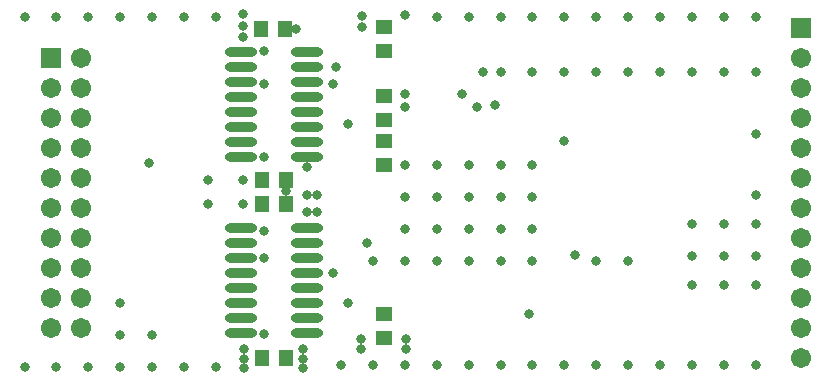
<source format=gts>
G04*
G04 #@! TF.GenerationSoftware,Altium Limited,Altium Designer,25.2.1 (25)*
G04*
G04 Layer_Color=8388736*
%FSLAX44Y44*%
%MOMM*%
G71*
G04*
G04 #@! TF.SameCoordinates,BB5B7109-8511-46E3-AB3A-B5F62D7AE0FB*
G04*
G04*
G04 #@! TF.FilePolarity,Negative*
G04*
G01*
G75*
%ADD18R,1.2192X1.4732*%
%ADD19O,2.7432X0.8032*%
%ADD20R,1.4732X1.2192*%
%ADD21C,1.7032*%
%ADD22R,1.7032X1.7032*%
%ADD23C,0.8032*%
D18*
X230160Y308010D02*
D03*
X209840D02*
D03*
X231160Y30010D02*
D03*
X210840D02*
D03*
X231160Y160010D02*
D03*
X210840D02*
D03*
Y180010D02*
D03*
X231160D02*
D03*
D19*
X249000Y50560D02*
D03*
Y63260D02*
D03*
Y75960D02*
D03*
Y88660D02*
D03*
Y101360D02*
D03*
Y114060D02*
D03*
Y126760D02*
D03*
Y139460D02*
D03*
X193000Y50560D02*
D03*
Y63260D02*
D03*
Y75960D02*
D03*
Y88660D02*
D03*
Y101360D02*
D03*
Y114060D02*
D03*
Y126760D02*
D03*
Y139460D02*
D03*
X249000Y199560D02*
D03*
Y212260D02*
D03*
Y224960D02*
D03*
Y237660D02*
D03*
Y250360D02*
D03*
Y263060D02*
D03*
Y275760D02*
D03*
Y288460D02*
D03*
X193000Y199560D02*
D03*
Y212260D02*
D03*
Y224960D02*
D03*
Y237660D02*
D03*
Y250360D02*
D03*
Y263060D02*
D03*
Y275760D02*
D03*
Y288460D02*
D03*
D20*
X314000Y230850D02*
D03*
Y251170D02*
D03*
Y289850D02*
D03*
Y310170D02*
D03*
Y67160D02*
D03*
Y46840D02*
D03*
Y213160D02*
D03*
Y192840D02*
D03*
D21*
X57900Y54710D02*
D03*
X32500D02*
D03*
X57900Y80110D02*
D03*
X32500D02*
D03*
X57900Y105510D02*
D03*
X32500D02*
D03*
X57900Y130910D02*
D03*
X32500D02*
D03*
X57900Y156310D02*
D03*
X32500D02*
D03*
X57900Y181710D02*
D03*
X32500D02*
D03*
X57900Y207110D02*
D03*
X32500D02*
D03*
X57900Y232510D02*
D03*
X32500D02*
D03*
X57900Y257910D02*
D03*
X32500D02*
D03*
X57900Y283310D02*
D03*
X667500Y105510D02*
D03*
Y207110D02*
D03*
Y181710D02*
D03*
Y283310D02*
D03*
Y257910D02*
D03*
Y232510D02*
D03*
Y156310D02*
D03*
Y130910D02*
D03*
Y80110D02*
D03*
Y54710D02*
D03*
Y29310D02*
D03*
D22*
X32500Y283310D02*
D03*
X667500Y308710D02*
D03*
D23*
X629000Y168000D02*
D03*
Y219000D02*
D03*
X91000Y76000D02*
D03*
X118000Y49000D02*
D03*
X91000D02*
D03*
X172000Y22000D02*
D03*
X145000D02*
D03*
X118000D02*
D03*
X91000D02*
D03*
X64000D02*
D03*
X10000D02*
D03*
X37000D02*
D03*
X172000Y318000D02*
D03*
X145000D02*
D03*
X118000D02*
D03*
X91000D02*
D03*
X64000D02*
D03*
X10000D02*
D03*
X37000D02*
D03*
X575000Y91000D02*
D03*
X629000D02*
D03*
X602000D02*
D03*
X629000Y116000D02*
D03*
X602000D02*
D03*
X575000D02*
D03*
X629000Y143000D02*
D03*
X602000D02*
D03*
X575000D02*
D03*
X494000Y112000D02*
D03*
X521000D02*
D03*
X440000D02*
D03*
X413000D02*
D03*
X305000D02*
D03*
X386000D02*
D03*
X359000D02*
D03*
X332000D02*
D03*
X278000Y24000D02*
D03*
X305000D02*
D03*
X332000D02*
D03*
X359000D02*
D03*
X386000D02*
D03*
X413000D02*
D03*
X440000D02*
D03*
X467000D02*
D03*
X494000D02*
D03*
X521000D02*
D03*
X548000D02*
D03*
X575000D02*
D03*
X629000D02*
D03*
X602000D02*
D03*
X359000Y318000D02*
D03*
X386000D02*
D03*
X413000D02*
D03*
X440000D02*
D03*
X467000D02*
D03*
X494000D02*
D03*
X521000D02*
D03*
X548000D02*
D03*
X575000D02*
D03*
X602000D02*
D03*
X629000D02*
D03*
Y272000D02*
D03*
X602000D02*
D03*
X575000D02*
D03*
X548000D02*
D03*
X521000D02*
D03*
X494000D02*
D03*
X467000D02*
D03*
X413000D02*
D03*
X440000D02*
D03*
Y139000D02*
D03*
X413000D02*
D03*
X386000D02*
D03*
X359000D02*
D03*
X332000D02*
D03*
Y166000D02*
D03*
X359000D02*
D03*
X386000D02*
D03*
X413000D02*
D03*
X440000D02*
D03*
X398000Y272000D02*
D03*
X393000Y242000D02*
D03*
X380000Y253000D02*
D03*
X332000Y242000D02*
D03*
Y253000D02*
D03*
Y320000D02*
D03*
X296000Y319000D02*
D03*
Y310000D02*
D03*
X258000Y168000D02*
D03*
Y153000D02*
D03*
X249000D02*
D03*
Y168000D02*
D03*
X440000Y193000D02*
D03*
X413000D02*
D03*
X386000D02*
D03*
X359000D02*
D03*
X332000D02*
D03*
X249000Y191000D02*
D03*
X333000Y46000D02*
D03*
Y37000D02*
D03*
X295000D02*
D03*
Y46000D02*
D03*
X246000Y21000D02*
D03*
Y29000D02*
D03*
Y37000D02*
D03*
X213000Y289710D02*
D03*
Y262000D02*
D03*
Y200000D02*
D03*
Y50000D02*
D03*
Y114000D02*
D03*
Y137060D02*
D03*
X196000Y37000D02*
D03*
Y29000D02*
D03*
Y21000D02*
D03*
X195000Y301000D02*
D03*
Y311000D02*
D03*
Y321000D02*
D03*
X165000Y160000D02*
D03*
Y180000D02*
D03*
X195000Y160000D02*
D03*
Y180000D02*
D03*
X115000Y195000D02*
D03*
X239685Y308010D02*
D03*
X231160Y171120D02*
D03*
X437000Y67160D02*
D03*
X476000Y117000D02*
D03*
X467000Y213160D02*
D03*
X408000Y244000D02*
D03*
X273880Y275880D02*
D03*
X299997Y126760D02*
D03*
X271360Y261540D02*
D03*
X284000Y227630D02*
D03*
X271360Y101360D02*
D03*
X284000Y76000D02*
D03*
M02*

</source>
